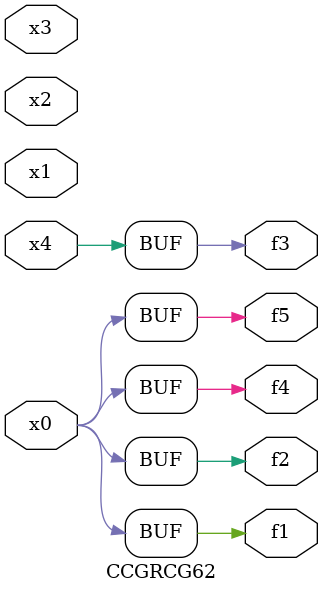
<source format=v>
module CCGRCG62(
	input x0, x1, x2, x3, x4,
	output f1, f2, f3, f4, f5
);
	assign f1 = x0;
	assign f2 = x0;
	assign f3 = x4;
	assign f4 = x0;
	assign f5 = x0;
endmodule

</source>
